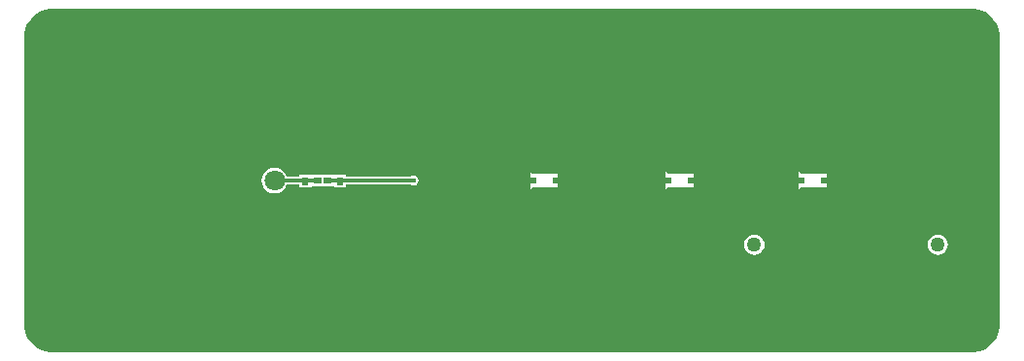
<source format=gbl>
G04*
G04 #@! TF.GenerationSoftware,Altium Limited,Altium Designer,24.9.1 (31)*
G04*
G04 Layer_Physical_Order=4*
G04 Layer_Color=16711680*
%FSLAX25Y25*%
%MOIN*%
G70*
G04*
G04 #@! TF.SameCoordinates,D730F02F-FD74-4FC1-B03C-3973BC9D0968*
G04*
G04*
G04 #@! TF.FilePolarity,Positive*
G04*
G01*
G75*
%ADD34C,0.01181*%
%ADD43R,0.02598X0.02441*%
%ADD44R,0.02441X0.02598*%
%ADD47R,0.13780X0.05906*%
%ADD52C,0.07087*%
%ADD53C,0.21654*%
%ADD54C,0.01772*%
%ADD55C,0.05000*%
G36*
X324803Y118110D02*
X325773Y118110D01*
X327674Y117732D01*
X329465Y116990D01*
X331077Y115913D01*
X332448Y114542D01*
X333525Y112930D01*
X334267Y111139D01*
X334646Y109237D01*
X334646Y108268D01*
X334646Y108268D01*
X334646Y108268D01*
X334646Y9843D01*
X334646Y8873D01*
X334267Y6972D01*
X333525Y5180D01*
X332448Y3568D01*
X331077Y2197D01*
X329465Y1120D01*
X327674Y378D01*
X325773Y-0D01*
X324803Y0D01*
X324803Y0D01*
X324803Y0D01*
X9843Y0D01*
X8873D01*
X6972Y378D01*
X5180Y1120D01*
X3568Y2197D01*
X2197Y3568D01*
X1120Y5180D01*
X378Y6972D01*
X0Y8873D01*
X0Y9843D01*
X0Y9843D01*
Y108268D01*
Y109237D01*
X378Y111139D01*
X1120Y112930D01*
X2197Y114542D01*
X3568Y115913D01*
X5180Y116990D01*
X6972Y117732D01*
X8873Y118110D01*
X9843D01*
Y118110D01*
X324803Y118110D01*
D02*
G37*
%LPC*%
G36*
X85827Y63503D02*
X84676Y63351D01*
X83603Y62907D01*
X82682Y62200D01*
X81975Y61279D01*
X81531Y60206D01*
X81379Y59055D01*
X81531Y57904D01*
X81975Y56831D01*
X82682Y55910D01*
X83603Y55203D01*
X84676Y54759D01*
X85827Y54608D01*
X86978Y54759D01*
X88051Y55203D01*
X88972Y55910D01*
X89678Y56831D01*
X89984Y57570D01*
X94370D01*
Y56653D01*
X98543D01*
Y56968D01*
X106181D01*
Y56653D01*
X110354D01*
Y57570D01*
X132534D01*
X132781Y57405D01*
X133465Y57269D01*
X134148Y57405D01*
X134728Y57792D01*
X135115Y58372D01*
X135251Y59055D01*
X135115Y59739D01*
X134728Y60318D01*
X134148Y60705D01*
X133465Y60841D01*
X132781Y60705D01*
X132534Y60540D01*
X110354D01*
Y60984D01*
X106260D01*
Y61142D01*
X98465D01*
Y60984D01*
X94370D01*
Y60540D01*
X89984D01*
X89678Y61279D01*
X88972Y62200D01*
X88051Y62907D01*
X86978Y63351D01*
X85827Y63503D01*
D02*
G37*
G36*
X265748Y62165D02*
Y60039D01*
X267638D01*
Y58071D01*
X265748D01*
Y55945D01*
X266575Y56772D01*
X275197D01*
Y58071D01*
X273307D01*
Y60039D01*
X275197D01*
Y61339D01*
X266575D01*
X265748Y62165D01*
D02*
G37*
G36*
X173622D02*
Y60039D01*
X175512D01*
Y58071D01*
X173622D01*
Y55945D01*
X174449Y56772D01*
X183071D01*
Y58071D01*
X181181D01*
Y60039D01*
X183071D01*
Y61339D01*
X174449D01*
X173622Y62165D01*
D02*
G37*
G36*
X220079Y62165D02*
Y60039D01*
X221969D01*
Y58071D01*
X220079D01*
Y55945D01*
X220905Y56772D01*
X229528D01*
Y58071D01*
X227638D01*
Y60039D01*
X229528D01*
Y61339D01*
X220905D01*
X220079Y62165D01*
D02*
G37*
G36*
X313386Y40538D02*
X312472Y40418D01*
X311621Y40065D01*
X310890Y39504D01*
X310329Y38773D01*
X309976Y37922D01*
X309856Y37008D01*
X309976Y36094D01*
X310329Y35243D01*
X310890Y34512D01*
X311621Y33951D01*
X312472Y33598D01*
X313386Y33478D01*
X314300Y33598D01*
X315151Y33951D01*
X315882Y34512D01*
X316443Y35243D01*
X316796Y36094D01*
X316916Y37008D01*
X316796Y37922D01*
X316443Y38773D01*
X315882Y39504D01*
X315151Y40065D01*
X314300Y40418D01*
X313386Y40538D01*
D02*
G37*
G36*
X250394D02*
X249480Y40418D01*
X248629Y40065D01*
X247898Y39504D01*
X247337Y38773D01*
X246984Y37922D01*
X246864Y37008D01*
X246984Y36094D01*
X247337Y35243D01*
X247898Y34512D01*
X248629Y33951D01*
X249480Y33598D01*
X250394Y33478D01*
X251307Y33598D01*
X252159Y33951D01*
X252890Y34512D01*
X253451Y35243D01*
X253804Y36094D01*
X253924Y37008D01*
X253804Y37922D01*
X253451Y38773D01*
X252890Y39504D01*
X252159Y40065D01*
X251307Y40418D01*
X250394Y40538D01*
D02*
G37*
%LPD*%
D34*
X108504Y59055D02*
X133465D01*
X108268Y58819D02*
X108504Y59055D01*
X108031D02*
X108268Y58819D01*
X104095Y59055D02*
X108031D01*
X96693D02*
X100630D01*
X96457Y58819D02*
X96693Y59055D01*
X96220D02*
X96457Y58819D01*
X85827Y59055D02*
X96220D01*
D43*
X100630D02*
D03*
X104095D02*
D03*
D44*
X96457Y58819D02*
D03*
Y55354D02*
D03*
X108268Y58819D02*
D03*
Y55354D02*
D03*
D47*
X327559Y48425D02*
D03*
Y69685D02*
D03*
D52*
X85827Y59055D02*
D03*
D53*
X318898Y19685D02*
D03*
Y98425D02*
D03*
X15748Y59055D02*
D03*
D54*
X322834Y84646D02*
D03*
X316929Y72834D02*
D03*
Y49213D02*
D03*
Y1968D02*
D03*
X311023Y108268D02*
D03*
X305118Y96457D02*
D03*
X311023Y84646D02*
D03*
X305118Y72834D02*
D03*
Y49213D02*
D03*
Y25591D02*
D03*
Y1968D02*
D03*
X299213Y108268D02*
D03*
X293307Y96457D02*
D03*
X299213Y84646D02*
D03*
X293307Y72834D02*
D03*
Y49213D02*
D03*
Y25591D02*
D03*
X299213Y13779D02*
D03*
X293307Y1968D02*
D03*
X287402Y108268D02*
D03*
Y84646D02*
D03*
X281496Y72834D02*
D03*
Y49213D02*
D03*
Y25591D02*
D03*
X287402Y13779D02*
D03*
X281496Y1968D02*
D03*
X275590Y108268D02*
D03*
Y84646D02*
D03*
X269685Y72834D02*
D03*
Y49213D02*
D03*
Y25591D02*
D03*
X275590Y13779D02*
D03*
X269685Y1968D02*
D03*
X263779Y108268D02*
D03*
X257874Y96457D02*
D03*
X263779Y84646D02*
D03*
X257874Y72834D02*
D03*
Y49213D02*
D03*
Y25591D02*
D03*
X263779Y13779D02*
D03*
X257874Y1968D02*
D03*
X251968Y108268D02*
D03*
X246063Y96457D02*
D03*
X251968Y84646D02*
D03*
X246063Y72834D02*
D03*
Y49213D02*
D03*
Y25591D02*
D03*
X251968Y13779D02*
D03*
X246063Y1968D02*
D03*
X240157Y108268D02*
D03*
X234252Y96457D02*
D03*
X240157Y84646D02*
D03*
X234252Y72834D02*
D03*
Y49213D02*
D03*
Y25591D02*
D03*
X240157Y13779D02*
D03*
X234252Y1968D02*
D03*
X228346Y108268D02*
D03*
X222441Y96457D02*
D03*
X228346Y84646D02*
D03*
X222441Y72834D02*
D03*
Y49213D02*
D03*
Y25591D02*
D03*
X228346Y13779D02*
D03*
X222441Y1968D02*
D03*
X216535Y108268D02*
D03*
X210630Y96457D02*
D03*
X216535Y84646D02*
D03*
X210630Y72834D02*
D03*
Y49213D02*
D03*
X216535Y37402D02*
D03*
X210630Y25591D02*
D03*
X216535Y13779D02*
D03*
X210630Y1968D02*
D03*
X204724Y108268D02*
D03*
X198819Y96457D02*
D03*
X204724Y84646D02*
D03*
X198819Y72834D02*
D03*
Y49213D02*
D03*
X204724Y37402D02*
D03*
X198819Y25591D02*
D03*
X204724Y13779D02*
D03*
X198819Y1968D02*
D03*
X192913Y108268D02*
D03*
X187008Y96457D02*
D03*
X192913Y84646D02*
D03*
X187008Y72834D02*
D03*
Y49213D02*
D03*
X192913Y37402D02*
D03*
X187008Y25591D02*
D03*
X192913Y13779D02*
D03*
X187008Y1968D02*
D03*
X181102Y108268D02*
D03*
X175197Y96457D02*
D03*
X181102Y84646D02*
D03*
X175197Y72834D02*
D03*
Y49213D02*
D03*
X181102Y37402D02*
D03*
X175197Y25591D02*
D03*
X181102Y13779D02*
D03*
X175197Y1968D02*
D03*
X169291Y108268D02*
D03*
Y84646D02*
D03*
X163386Y72834D02*
D03*
X169291Y37402D02*
D03*
X163386Y25591D02*
D03*
X169291Y13779D02*
D03*
X163386Y1968D02*
D03*
X157480Y108268D02*
D03*
Y84646D02*
D03*
X151575Y72834D02*
D03*
Y49213D02*
D03*
Y25591D02*
D03*
X157480Y13779D02*
D03*
X151575Y1968D02*
D03*
X145669Y108268D02*
D03*
X139764Y96457D02*
D03*
X145669Y84646D02*
D03*
X139764Y72834D02*
D03*
Y25591D02*
D03*
X145669Y13779D02*
D03*
X139764Y1968D02*
D03*
X133858Y108268D02*
D03*
Y84646D02*
D03*
X127953Y72834D02*
D03*
Y49213D02*
D03*
X133858Y37402D02*
D03*
Y13779D02*
D03*
X127953Y1968D02*
D03*
X116142Y72834D02*
D03*
Y49213D02*
D03*
Y1968D02*
D03*
X104331Y72834D02*
D03*
Y49213D02*
D03*
Y1968D02*
D03*
X98425Y108268D02*
D03*
X92520Y96457D02*
D03*
X98425Y84646D02*
D03*
X92520Y72834D02*
D03*
Y49213D02*
D03*
X98425Y37402D02*
D03*
X92520Y25591D02*
D03*
X98425Y13779D02*
D03*
X92520Y1968D02*
D03*
X86614Y108268D02*
D03*
X80709Y96457D02*
D03*
X86614Y84646D02*
D03*
X80709Y72834D02*
D03*
Y49213D02*
D03*
X86614Y37402D02*
D03*
X80709Y25591D02*
D03*
X86614Y13779D02*
D03*
X80709Y1968D02*
D03*
X74803Y108268D02*
D03*
X68898Y96457D02*
D03*
X74803Y84646D02*
D03*
X68898Y72834D02*
D03*
X74803Y61023D02*
D03*
X68898Y49213D02*
D03*
X74803Y37402D02*
D03*
X68898Y25591D02*
D03*
X74803Y13779D02*
D03*
X68898Y1968D02*
D03*
X62992Y108268D02*
D03*
Y84646D02*
D03*
X57087Y72834D02*
D03*
X62992Y61023D02*
D03*
X57087Y49213D02*
D03*
X62992Y37402D02*
D03*
Y13779D02*
D03*
X57087Y1968D02*
D03*
X45276Y72834D02*
D03*
X51181Y61023D02*
D03*
X45276Y49213D02*
D03*
Y1968D02*
D03*
X33465Y72834D02*
D03*
X39370Y61023D02*
D03*
X33465Y49213D02*
D03*
Y1968D02*
D03*
X27559Y108268D02*
D03*
X21654Y96457D02*
D03*
X27559Y84646D02*
D03*
X21654Y72834D02*
D03*
X27559Y37402D02*
D03*
X21654Y25591D02*
D03*
X27559Y13779D02*
D03*
X21654Y1968D02*
D03*
X15748Y108268D02*
D03*
X9843Y96457D02*
D03*
X15748Y84646D02*
D03*
X9843Y72834D02*
D03*
X15748Y37402D02*
D03*
X9843Y25591D02*
D03*
X15748Y13779D02*
D03*
X106948Y62206D02*
D03*
X109900Y62144D02*
D03*
X112833Y61802D02*
D03*
X115786D02*
D03*
X118738D02*
D03*
X121691D02*
D03*
X124644D02*
D03*
X333545Y54060D02*
D03*
X82242Y63427D02*
D03*
X80526Y61024D02*
D03*
X80255Y58084D02*
D03*
X81503Y55408D02*
D03*
X83929Y53725D02*
D03*
X86873Y53493D02*
D03*
X89532Y54776D02*
D03*
X92056Y56309D02*
D03*
X100782Y55727D02*
D03*
X103735D02*
D03*
X112453Y56309D02*
D03*
X115405D02*
D03*
X118358D02*
D03*
X121311D02*
D03*
X124264D02*
D03*
X127216D02*
D03*
X130169D02*
D03*
X133113Y56085D02*
D03*
X136058Y56309D02*
D03*
X144768Y55727D02*
D03*
X145258Y62379D02*
D03*
X142306Y62317D02*
D03*
X139354Y62226D02*
D03*
X136432Y61802D02*
D03*
X133491Y62060D02*
D03*
X130549Y61802D02*
D03*
X127596D02*
D03*
X104000Y62383D02*
D03*
X101048D02*
D03*
X98105Y62140D02*
D03*
X95153Y62209D02*
D03*
X92228Y61802D02*
D03*
X89649Y63240D02*
D03*
X87027Y64597D02*
D03*
X213991Y56309D02*
D03*
X216943D02*
D03*
X217401Y61802D02*
D03*
X214448D02*
D03*
X250154Y67265D02*
D03*
X247345Y67260D02*
D03*
X254039Y61624D02*
D03*
X256599Y60153D02*
D03*
X258225Y57688D02*
D03*
X260897Y56430D02*
D03*
X263847Y56309D02*
D03*
X264645Y61960D02*
D03*
X261760Y62047D02*
D03*
X260799Y64839D02*
D03*
X258488Y66676D02*
D03*
X255568Y67117D02*
D03*
X252615D02*
D03*
X235642Y61802D02*
D03*
X232689D02*
D03*
X232172Y56309D02*
D03*
X235125D02*
D03*
X238078D02*
D03*
X241030D02*
D03*
X243945Y56360D02*
D03*
X188970Y61802D02*
D03*
X186017D02*
D03*
X185957Y56309D02*
D03*
X188909D02*
D03*
X280445Y61860D02*
D03*
X277576Y61802D02*
D03*
X278673Y56309D02*
D03*
X333250Y64115D02*
D03*
X330297D02*
D03*
X327345D02*
D03*
X324392D02*
D03*
X321439D02*
D03*
X318761Y62872D02*
D03*
X316145Y61960D02*
D03*
X313069Y62245D02*
D03*
X310117Y62305D02*
D03*
X307165Y62383D02*
D03*
X304212D02*
D03*
X302145Y55860D02*
D03*
X304898Y55727D02*
D03*
X307851D02*
D03*
X316676Y56309D02*
D03*
X319045Y54560D02*
D03*
X322010Y53995D02*
D03*
X324963D02*
D03*
X327915D02*
D03*
X330868D02*
D03*
X149010Y55789D02*
D03*
X151961Y55885D02*
D03*
X154910Y55727D02*
D03*
X157862Y55737D02*
D03*
X160105Y53817D02*
D03*
X160639Y50913D02*
D03*
X160327Y47977D02*
D03*
X158914Y45384D02*
D03*
X156587Y43567D02*
D03*
X153646Y43295D02*
D03*
X150700Y43485D02*
D03*
X147772Y43105D02*
D03*
X145158Y44477D02*
D03*
X143306Y46777D02*
D03*
X142521Y49624D02*
D03*
X142482Y52576D02*
D03*
X136945Y52160D02*
D03*
X137105Y49087D02*
D03*
X137665Y46187D02*
D03*
X138900Y43505D02*
D03*
X140696Y41162D02*
D03*
X143008Y39326D02*
D03*
X145663Y38033D02*
D03*
X148247Y36604D02*
D03*
Y33651D02*
D03*
X148335Y30700D02*
D03*
X154903Y31975D02*
D03*
X154825Y34927D02*
D03*
X155983Y37644D02*
D03*
X158786Y38572D02*
D03*
X161292Y40133D02*
D03*
X163376Y42224D02*
D03*
X164919Y44742D02*
D03*
X165837Y47548D02*
D03*
X166132Y50486D02*
D03*
X166584Y53404D02*
D03*
X167118Y56309D02*
D03*
X170071D02*
D03*
X171294Y61802D02*
D03*
X168341D02*
D03*
X165400Y62068D02*
D03*
X162452Y62226D02*
D03*
X159503Y62383D02*
D03*
X156550D02*
D03*
X133465Y59055D02*
D03*
D55*
X313386Y37008D02*
D03*
X250394D02*
D03*
M02*

</source>
